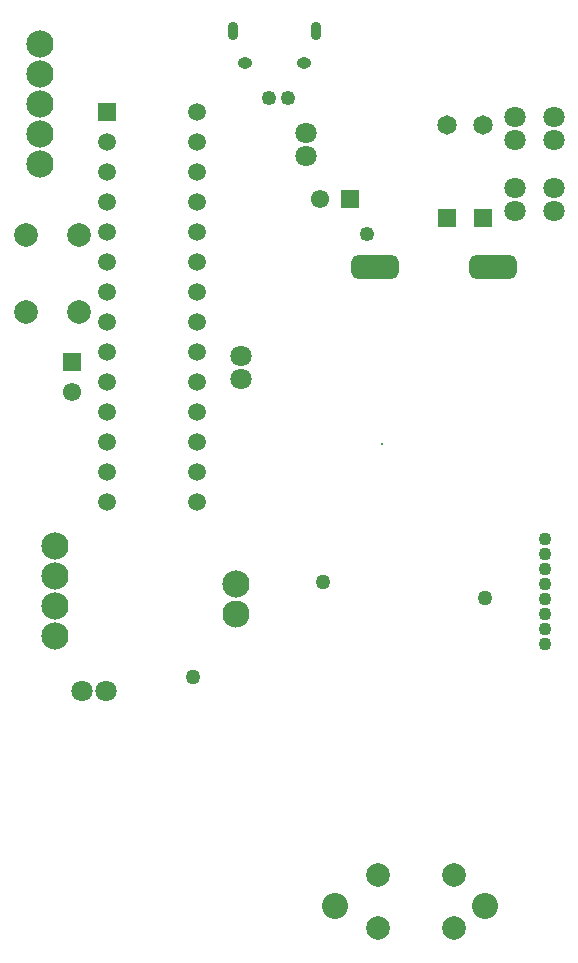
<source format=gbs>
G04*
G04 #@! TF.GenerationSoftware,Altium Limited,Altium Designer,20.2.3 (150)*
G04*
G04 Layer_Color=16711935*
%FSLAX25Y25*%
%MOIN*%
G70*
G04*
G04 #@! TF.SameCoordinates,D19B94BB-EBBE-4459-9884-BF99FFBE0BA1*
G04*
G04*
G04 #@! TF.FilePolarity,Negative*
G04*
G01*
G75*
%ADD29R,0.06496X0.06496*%
%ADD30C,0.06496*%
%ADD31C,0.07874*%
%ADD32C,0.09068*%
%ADD33C,0.05906*%
%ADD34R,0.05906X0.05906*%
%ADD35C,0.06102*%
%ADD36R,0.06102X0.06102*%
%ADD37C,0.00800*%
%ADD38C,0.08674*%
%ADD39O,0.03543X0.06102*%
%ADD40O,0.04921X0.03740*%
G04:AMPARAMS|DCode=41|XSize=157.61mil|YSize=78.87mil|CornerRadius=21.72mil|HoleSize=0mil|Usage=FLASHONLY|Rotation=180.000|XOffset=0mil|YOffset=0mil|HoleType=Round|Shape=RoundedRectangle|*
%AMROUNDEDRECTD41*
21,1,0.15761,0.03543,0,0,180.0*
21,1,0.11417,0.07887,0,0,180.0*
1,1,0.04343,-0.05709,0.01772*
1,1,0.04343,0.05709,0.01772*
1,1,0.04343,0.05709,-0.01772*
1,1,0.04343,-0.05709,-0.01772*
%
%ADD41ROUNDEDRECTD41*%
%ADD42C,0.04331*%
%ADD43C,0.07099*%
%ADD44C,0.09055*%
%ADD45R,0.06102X0.06102*%
%ADD46C,0.04921*%
%ADD47C,0.05000*%
D29*
X504291Y343445D02*
D03*
X492283Y343406D02*
D03*
D30*
X504291Y374350D02*
D03*
X492283Y374311D02*
D03*
D31*
X351969Y312205D02*
D03*
Y337795D02*
D03*
X369685Y312205D02*
D03*
Y337795D02*
D03*
X469291Y124409D02*
D03*
X494882D02*
D03*
X469291Y106693D02*
D03*
X494882D02*
D03*
D32*
X361811Y204016D02*
D03*
Y214016D02*
D03*
Y224016D02*
D03*
Y234016D02*
D03*
X356693Y361496D02*
D03*
Y371496D02*
D03*
Y381496D02*
D03*
Y401496D02*
D03*
Y391496D02*
D03*
X422047Y221417D02*
D03*
D33*
X409094Y248780D02*
D03*
Y258780D02*
D03*
Y268779D02*
D03*
Y278780D02*
D03*
Y288779D02*
D03*
Y298780D02*
D03*
Y308780D02*
D03*
Y318779D02*
D03*
Y328780D02*
D03*
Y338779D02*
D03*
Y348780D02*
D03*
Y358780D02*
D03*
Y368779D02*
D03*
Y378780D02*
D03*
X379095Y248780D02*
D03*
Y258780D02*
D03*
Y268779D02*
D03*
Y278780D02*
D03*
Y288779D02*
D03*
Y298780D02*
D03*
Y308780D02*
D03*
Y318779D02*
D03*
Y328780D02*
D03*
Y338779D02*
D03*
Y348780D02*
D03*
Y358780D02*
D03*
Y368779D02*
D03*
D34*
Y378780D02*
D03*
D35*
X367323Y285551D02*
D03*
X450276Y349606D02*
D03*
D36*
X367323Y295551D02*
D03*
D37*
X470866Y268110D02*
D03*
D38*
X455118Y114173D02*
D03*
X505118D02*
D03*
D39*
X448740Y405630D02*
D03*
X421181D02*
D03*
D40*
X444803Y395000D02*
D03*
X425118D02*
D03*
D41*
X468504Y327165D02*
D03*
X507874D02*
D03*
D42*
X525197Y201575D02*
D03*
Y206575D02*
D03*
Y211575D02*
D03*
Y216575D02*
D03*
Y221575D02*
D03*
Y226575D02*
D03*
Y231575D02*
D03*
Y236575D02*
D03*
D43*
X423730Y289655D02*
D03*
Y297530D02*
D03*
X445433Y371929D02*
D03*
Y364055D02*
D03*
X514961Y345669D02*
D03*
Y353543D02*
D03*
Y369291D02*
D03*
Y377165D02*
D03*
X527953Y345669D02*
D03*
Y369291D02*
D03*
Y377165D02*
D03*
Y353543D02*
D03*
X378740Y185756D02*
D03*
X370866D02*
D03*
D44*
X422047Y211417D02*
D03*
D45*
X460276Y349606D02*
D03*
D46*
X465748Y338228D02*
D03*
X433071Y383465D02*
D03*
X439567D02*
D03*
D47*
X407874Y190394D02*
D03*
X505118Y216929D02*
D03*
X451181Y222047D02*
D03*
M02*

</source>
